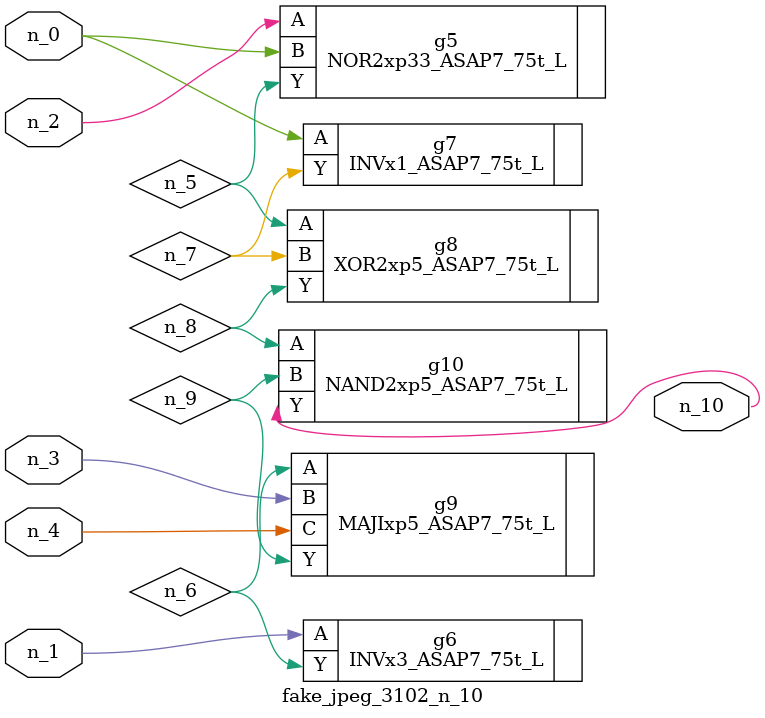
<source format=v>
module fake_jpeg_3102_n_10 (n_3, n_2, n_1, n_0, n_4, n_10);

input n_3;
input n_2;
input n_1;
input n_0;
input n_4;

output n_10;

wire n_8;
wire n_9;
wire n_6;
wire n_5;
wire n_7;

NOR2xp33_ASAP7_75t_L g5 ( 
.A(n_2),
.B(n_0),
.Y(n_5)
);

INVx3_ASAP7_75t_L g6 ( 
.A(n_1),
.Y(n_6)
);

INVx1_ASAP7_75t_L g7 ( 
.A(n_0),
.Y(n_7)
);

XOR2xp5_ASAP7_75t_L g8 ( 
.A(n_5),
.B(n_7),
.Y(n_8)
);

NAND2xp5_ASAP7_75t_L g10 ( 
.A(n_8),
.B(n_9),
.Y(n_10)
);

MAJIxp5_ASAP7_75t_L g9 ( 
.A(n_6),
.B(n_3),
.C(n_4),
.Y(n_9)
);


endmodule
</source>
